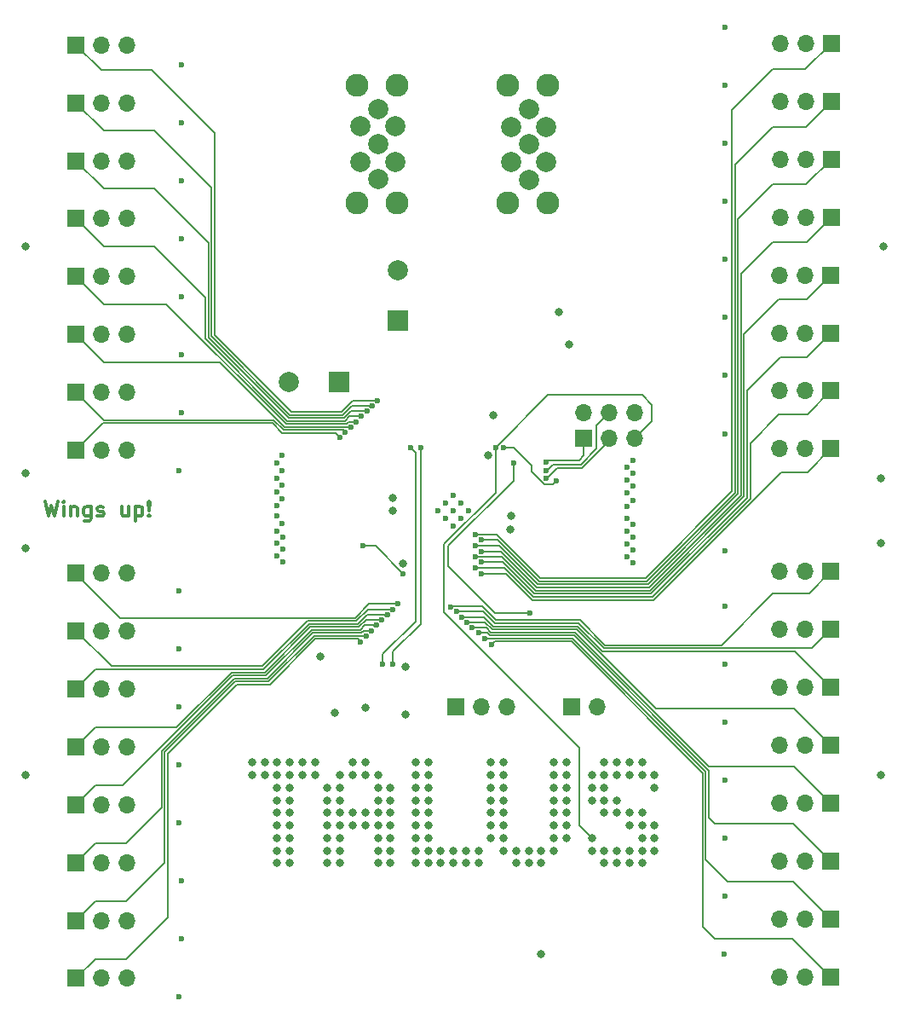
<source format=gbr>
%TF.GenerationSoftware,KiCad,Pcbnew,7.0.7+dfsg-1*%
%TF.CreationDate,2023-09-07T23:36:34-05:00*%
%TF.ProjectId,unified_control_board,756e6966-6965-4645-9f63-6f6e74726f6c,rev?*%
%TF.SameCoordinates,Original*%
%TF.FileFunction,Copper,L2,Inr*%
%TF.FilePolarity,Positive*%
%FSLAX46Y46*%
G04 Gerber Fmt 4.6, Leading zero omitted, Abs format (unit mm)*
G04 Created by KiCad (PCBNEW 7.0.7+dfsg-1) date 2023-09-07 23:36:34*
%MOMM*%
%LPD*%
G01*
G04 APERTURE LIST*
%ADD10C,0.300000*%
%TA.AperFunction,NonConductor*%
%ADD11C,0.300000*%
%TD*%
%TA.AperFunction,ComponentPad*%
%ADD12R,1.700000X1.700000*%
%TD*%
%TA.AperFunction,ComponentPad*%
%ADD13O,1.700000X1.700000*%
%TD*%
%TA.AperFunction,ComponentPad*%
%ADD14C,2.280000*%
%TD*%
%TA.AperFunction,ComponentPad*%
%ADD15R,2.000000X2.000000*%
%TD*%
%TA.AperFunction,ComponentPad*%
%ADD16C,2.000000*%
%TD*%
%TA.AperFunction,ViaPad*%
%ADD17C,2.000000*%
%TD*%
%TA.AperFunction,ViaPad*%
%ADD18C,0.600000*%
%TD*%
%TA.AperFunction,ViaPad*%
%ADD19C,0.800000*%
%TD*%
%TA.AperFunction,Conductor*%
%ADD20C,0.200000*%
%TD*%
%TA.AperFunction,Conductor*%
%ADD21C,0.150000*%
%TD*%
G04 APERTURE END LIST*
D10*
D11*
X38161653Y-76550828D02*
X38518796Y-78050828D01*
X38518796Y-78050828D02*
X38804510Y-76979400D01*
X38804510Y-76979400D02*
X39090225Y-78050828D01*
X39090225Y-78050828D02*
X39447368Y-76550828D01*
X40018796Y-78050828D02*
X40018796Y-77050828D01*
X40018796Y-76550828D02*
X39947368Y-76622257D01*
X39947368Y-76622257D02*
X40018796Y-76693685D01*
X40018796Y-76693685D02*
X40090225Y-76622257D01*
X40090225Y-76622257D02*
X40018796Y-76550828D01*
X40018796Y-76550828D02*
X40018796Y-76693685D01*
X40733082Y-77050828D02*
X40733082Y-78050828D01*
X40733082Y-77193685D02*
X40804511Y-77122257D01*
X40804511Y-77122257D02*
X40947368Y-77050828D01*
X40947368Y-77050828D02*
X41161654Y-77050828D01*
X41161654Y-77050828D02*
X41304511Y-77122257D01*
X41304511Y-77122257D02*
X41375940Y-77265114D01*
X41375940Y-77265114D02*
X41375940Y-78050828D01*
X42733083Y-77050828D02*
X42733083Y-78265114D01*
X42733083Y-78265114D02*
X42661654Y-78407971D01*
X42661654Y-78407971D02*
X42590225Y-78479400D01*
X42590225Y-78479400D02*
X42447368Y-78550828D01*
X42447368Y-78550828D02*
X42233083Y-78550828D01*
X42233083Y-78550828D02*
X42090225Y-78479400D01*
X42733083Y-77979400D02*
X42590225Y-78050828D01*
X42590225Y-78050828D02*
X42304511Y-78050828D01*
X42304511Y-78050828D02*
X42161654Y-77979400D01*
X42161654Y-77979400D02*
X42090225Y-77907971D01*
X42090225Y-77907971D02*
X42018797Y-77765114D01*
X42018797Y-77765114D02*
X42018797Y-77336542D01*
X42018797Y-77336542D02*
X42090225Y-77193685D01*
X42090225Y-77193685D02*
X42161654Y-77122257D01*
X42161654Y-77122257D02*
X42304511Y-77050828D01*
X42304511Y-77050828D02*
X42590225Y-77050828D01*
X42590225Y-77050828D02*
X42733083Y-77122257D01*
X43375940Y-77979400D02*
X43518797Y-78050828D01*
X43518797Y-78050828D02*
X43804511Y-78050828D01*
X43804511Y-78050828D02*
X43947368Y-77979400D01*
X43947368Y-77979400D02*
X44018797Y-77836542D01*
X44018797Y-77836542D02*
X44018797Y-77765114D01*
X44018797Y-77765114D02*
X43947368Y-77622257D01*
X43947368Y-77622257D02*
X43804511Y-77550828D01*
X43804511Y-77550828D02*
X43590226Y-77550828D01*
X43590226Y-77550828D02*
X43447368Y-77479400D01*
X43447368Y-77479400D02*
X43375940Y-77336542D01*
X43375940Y-77336542D02*
X43375940Y-77265114D01*
X43375940Y-77265114D02*
X43447368Y-77122257D01*
X43447368Y-77122257D02*
X43590226Y-77050828D01*
X43590226Y-77050828D02*
X43804511Y-77050828D01*
X43804511Y-77050828D02*
X43947368Y-77122257D01*
X46447369Y-77050828D02*
X46447369Y-78050828D01*
X45804511Y-77050828D02*
X45804511Y-77836542D01*
X45804511Y-77836542D02*
X45875940Y-77979400D01*
X45875940Y-77979400D02*
X46018797Y-78050828D01*
X46018797Y-78050828D02*
X46233083Y-78050828D01*
X46233083Y-78050828D02*
X46375940Y-77979400D01*
X46375940Y-77979400D02*
X46447369Y-77907971D01*
X47161654Y-77050828D02*
X47161654Y-78550828D01*
X47161654Y-77122257D02*
X47304512Y-77050828D01*
X47304512Y-77050828D02*
X47590226Y-77050828D01*
X47590226Y-77050828D02*
X47733083Y-77122257D01*
X47733083Y-77122257D02*
X47804512Y-77193685D01*
X47804512Y-77193685D02*
X47875940Y-77336542D01*
X47875940Y-77336542D02*
X47875940Y-77765114D01*
X47875940Y-77765114D02*
X47804512Y-77907971D01*
X47804512Y-77907971D02*
X47733083Y-77979400D01*
X47733083Y-77979400D02*
X47590226Y-78050828D01*
X47590226Y-78050828D02*
X47304512Y-78050828D01*
X47304512Y-78050828D02*
X47161654Y-77979400D01*
X48518797Y-77907971D02*
X48590226Y-77979400D01*
X48590226Y-77979400D02*
X48518797Y-78050828D01*
X48518797Y-78050828D02*
X48447369Y-77979400D01*
X48447369Y-77979400D02*
X48518797Y-77907971D01*
X48518797Y-77907971D02*
X48518797Y-78050828D01*
X48518797Y-77479400D02*
X48447369Y-76622257D01*
X48447369Y-76622257D02*
X48518797Y-76550828D01*
X48518797Y-76550828D02*
X48590226Y-76622257D01*
X48590226Y-76622257D02*
X48518797Y-77479400D01*
X48518797Y-77479400D02*
X48518797Y-76550828D01*
D12*
%TO.N,/PWM13*%
%TO.C,J13*%
X41225000Y-106690000D03*
D13*
%TO.N,+6V*%
X43765000Y-106690000D03*
%TO.N,Net-(D13-K)*%
X46305000Y-106690000D03*
%TD*%
D12*
%TO.N,/PWM15*%
%TO.C,J15*%
X41225000Y-118190000D03*
D13*
%TO.N,+6V*%
X43765000Y-118190000D03*
%TO.N,Net-(D15-K)*%
X46305000Y-118190000D03*
%TD*%
D12*
%TO.N,/PWM32*%
%TO.C,J32*%
X116300000Y-31100000D03*
D13*
%TO.N,+6V*%
X113760000Y-31100000D03*
%TO.N,Net-(D32-K)*%
X111220000Y-31100000D03*
%TD*%
D12*
%TO.N,/MISO*%
%TO.C,J34*%
X91725000Y-70275000D03*
D13*
%TO.N,VDD*%
X91725000Y-67735000D03*
%TO.N,/SCK*%
X94265000Y-70275000D03*
%TO.N,/MOSI*%
X94265000Y-67735000D03*
%TO.N,/RST*%
X96805000Y-70275000D03*
%TO.N,GND*%
X96805000Y-67735000D03*
%TD*%
D12*
%TO.N,/RxD_3v3*%
%TO.C,J35*%
X78975000Y-97000000D03*
D13*
%TO.N,/TxD_3v3*%
X81515000Y-97000000D03*
%TO.N,GND*%
X84055000Y-97000000D03*
%TD*%
D12*
%TO.N,/PWM7*%
%TO.C,J7*%
X41250000Y-65750000D03*
D13*
%TO.N,+6V*%
X43790000Y-65750000D03*
%TO.N,Net-(D7-K)*%
X46330000Y-65750000D03*
%TD*%
D12*
%TO.N,/PWM20*%
%TO.C,J20*%
X116250000Y-106540000D03*
D13*
%TO.N,+6V*%
X113710000Y-106540000D03*
%TO.N,Net-(D20-K)*%
X111170000Y-106540000D03*
%TD*%
D12*
%TO.N,/PWM31*%
%TO.C,J31*%
X116300000Y-36850000D03*
D13*
%TO.N,+6V*%
X113760000Y-36850000D03*
%TO.N,Net-(D31-K)*%
X111220000Y-36850000D03*
%TD*%
D12*
%TO.N,/PWM22*%
%TO.C,J22*%
X116275000Y-95040000D03*
D13*
%TO.N,+6V*%
X113735000Y-95040000D03*
%TO.N,Net-(D22-K)*%
X111195000Y-95040000D03*
%TD*%
D12*
%TO.N,/PWM14*%
%TO.C,J14*%
X41225000Y-112440000D03*
D13*
%TO.N,+6V*%
X43765000Y-112440000D03*
%TO.N,Net-(D14-K)*%
X46305000Y-112440000D03*
%TD*%
D12*
%TO.N,/PWM10*%
%TO.C,J10*%
X41250000Y-89440000D03*
D13*
%TO.N,+6V*%
X43790000Y-89440000D03*
%TO.N,Net-(D10-K)*%
X46330000Y-89440000D03*
%TD*%
D12*
%TO.N,/PWM25*%
%TO.C,J25*%
X116275000Y-71350000D03*
D13*
%TO.N,+6V*%
X113735000Y-71350000D03*
%TO.N,Net-(D25-K)*%
X111195000Y-71350000D03*
%TD*%
D12*
%TO.N,/PWM1*%
%TO.C,J1*%
X41275000Y-31250000D03*
D13*
%TO.N,+6V*%
X43815000Y-31250000D03*
%TO.N,Net-(D1-K)*%
X46355000Y-31250000D03*
%TD*%
D12*
%TO.N,/PWM23*%
%TO.C,J23*%
X116275000Y-89290000D03*
D13*
%TO.N,+6V*%
X113735000Y-89290000D03*
%TO.N,Net-(D23-K)*%
X111195000Y-89290000D03*
%TD*%
D14*
%TO.N,GND*%
%TO.C,J33*%
X69175000Y-46970000D03*
X73175000Y-46970000D03*
X69175000Y-35290000D03*
X73175000Y-35290000D03*
%TO.N,+6V*%
X84175000Y-46970000D03*
X84175000Y-35290000D03*
X88175000Y-46970000D03*
X88175000Y-35290000D03*
%TD*%
D12*
%TO.N,/PWM8*%
%TO.C,J8*%
X41250000Y-71500000D03*
D13*
%TO.N,+6V*%
X43790000Y-71500000D03*
%TO.N,Net-(D8-K)*%
X46330000Y-71500000D03*
%TD*%
D12*
%TO.N,/PWM28*%
%TO.C,J28*%
X116275000Y-54100000D03*
D13*
%TO.N,+6V*%
X113735000Y-54100000D03*
%TO.N,Net-(D28-K)*%
X111195000Y-54100000D03*
%TD*%
D12*
%TO.N,/PWM3*%
%TO.C,J3*%
X41275000Y-42750000D03*
D13*
%TO.N,+6V*%
X43815000Y-42750000D03*
%TO.N,Net-(D3-K)*%
X46355000Y-42750000D03*
%TD*%
D15*
%TO.N,+6V*%
%TO.C,C8*%
X73250000Y-58617677D03*
D16*
%TO.N,GND*%
X73250000Y-53617677D03*
%TD*%
D12*
%TO.N,/PWM26*%
%TO.C,J26*%
X116275000Y-65600000D03*
D13*
%TO.N,+6V*%
X113735000Y-65600000D03*
%TO.N,Net-(D26-K)*%
X111195000Y-65600000D03*
%TD*%
D12*
%TO.N,/PWM17*%
%TO.C,J17*%
X116250000Y-123790000D03*
D13*
%TO.N,+6V*%
X113710000Y-123790000D03*
%TO.N,Net-(D17-K)*%
X111170000Y-123790000D03*
%TD*%
D12*
%TO.N,/PWM29*%
%TO.C,J29*%
X116300000Y-48350000D03*
D13*
%TO.N,+6V*%
X113760000Y-48350000D03*
%TO.N,Net-(D29-K)*%
X111220000Y-48350000D03*
%TD*%
D12*
%TO.N,/PWM6*%
%TO.C,J6*%
X41250000Y-60000000D03*
D13*
%TO.N,+6V*%
X43790000Y-60000000D03*
%TO.N,Net-(D6-K)*%
X46330000Y-60000000D03*
%TD*%
D12*
%TO.N,/PWM12*%
%TO.C,J12*%
X41250000Y-100940000D03*
D13*
%TO.N,+6V*%
X43790000Y-100940000D03*
%TO.N,Net-(D12-K)*%
X46330000Y-100940000D03*
%TD*%
D12*
%TO.N,/PWM4*%
%TO.C,J4*%
X41275000Y-48500000D03*
D13*
%TO.N,+6V*%
X43815000Y-48500000D03*
%TO.N,Net-(D4-K)*%
X46355000Y-48500000D03*
%TD*%
D12*
%TO.N,/PWM9*%
%TO.C,J9*%
X41250000Y-83690000D03*
D13*
%TO.N,+6V*%
X43790000Y-83690000D03*
%TO.N,Net-(D9-K)*%
X46330000Y-83690000D03*
%TD*%
D12*
%TO.N,/PWM27*%
%TO.C,J27*%
X116275000Y-59850000D03*
D13*
%TO.N,+6V*%
X113735000Y-59850000D03*
%TO.N,Net-(D27-K)*%
X111195000Y-59850000D03*
%TD*%
D12*
%TO.N,/PWM11*%
%TO.C,J11*%
X41250000Y-95190000D03*
D13*
%TO.N,+6V*%
X43790000Y-95190000D03*
%TO.N,Net-(D11-K)*%
X46330000Y-95190000D03*
%TD*%
D12*
%TO.N,/PWM21*%
%TO.C,J21*%
X116275000Y-100790000D03*
D13*
%TO.N,+6V*%
X113735000Y-100790000D03*
%TO.N,Net-(D21-K)*%
X111195000Y-100790000D03*
%TD*%
D12*
%TO.N,/PWM16*%
%TO.C,J16*%
X41225000Y-123940000D03*
D13*
%TO.N,+6V*%
X43765000Y-123940000D03*
%TO.N,Net-(D16-K)*%
X46305000Y-123940000D03*
%TD*%
D12*
%TO.N,/PWM19*%
%TO.C,J19*%
X116250000Y-112290000D03*
D13*
%TO.N,+6V*%
X113710000Y-112290000D03*
%TO.N,Net-(D19-K)*%
X111170000Y-112290000D03*
%TD*%
D12*
%TO.N,/PWM2*%
%TO.C,J2*%
X41275000Y-37000000D03*
D13*
%TO.N,+6V*%
X43815000Y-37000000D03*
%TO.N,Net-(D2-K)*%
X46355000Y-37000000D03*
%TD*%
D12*
%TO.N,/PWM24*%
%TO.C,J24*%
X116275000Y-83540000D03*
D13*
%TO.N,+6V*%
X113735000Y-83540000D03*
%TO.N,Net-(D24-K)*%
X111195000Y-83540000D03*
%TD*%
D16*
%TO.N,GND*%
%TO.C,C7*%
X62367677Y-64750000D03*
D15*
%TO.N,+6V*%
X67367677Y-64750000D03*
%TD*%
D12*
%TO.N,/PWM5*%
%TO.C,J5*%
X41250000Y-54250000D03*
D13*
%TO.N,+6V*%
X43790000Y-54250000D03*
%TO.N,Net-(D5-K)*%
X46330000Y-54250000D03*
%TD*%
D12*
%TO.N,/PWM30*%
%TO.C,J30*%
X116300000Y-42600000D03*
D13*
%TO.N,+6V*%
X113760000Y-42600000D03*
%TO.N,Net-(D30-K)*%
X111220000Y-42600000D03*
%TD*%
D12*
%TO.N,+6V*%
%TO.C,J36*%
X90475000Y-97000000D03*
D13*
%TO.N,Net-(J36-Pin_2)*%
X93015000Y-97000000D03*
%TD*%
D12*
%TO.N,/PWM18*%
%TO.C,J18*%
X116250000Y-118040000D03*
D13*
%TO.N,+6V*%
X113710000Y-118040000D03*
%TO.N,Net-(D18-K)*%
X111170000Y-118040000D03*
%TD*%
D17*
%TO.N,+6V*%
X88000000Y-39375000D03*
X84500000Y-42875000D03*
X86250000Y-37625000D03*
X88000000Y-42875000D03*
X86250000Y-41125000D03*
X86250000Y-44625000D03*
X84500000Y-39375000D03*
%TO.N,GND*%
X71250000Y-44600000D03*
X73000000Y-42850000D03*
X69500000Y-42850000D03*
X71250000Y-41100000D03*
X73000000Y-39350000D03*
X69500000Y-39350000D03*
X71250000Y-37600000D03*
D18*
X78750000Y-79000000D03*
X79500000Y-78250000D03*
X78000000Y-78250000D03*
X78750000Y-77500000D03*
X79500000Y-76750000D03*
X80250000Y-77500000D03*
X77250000Y-77500000D03*
X78750000Y-76000000D03*
X78000000Y-76750000D03*
D19*
%TO.N,+3V3*%
X70000000Y-97100000D03*
X74000000Y-97750000D03*
%TO.N,VDD*%
X74000000Y-93000000D03*
D18*
%TO.N,/RxD*%
X72750000Y-92750000D03*
%TO.N,/TxD*%
X71750000Y-92750000D03*
D19*
%TO.N,GND*%
X81250000Y-112500000D03*
X70000000Y-107500000D03*
X70000000Y-102500000D03*
X66250000Y-107500000D03*
X58750000Y-102500000D03*
X98750000Y-103750000D03*
X97500000Y-112500000D03*
X92500000Y-111250000D03*
X77500000Y-112500000D03*
X72500000Y-107500000D03*
X83750000Y-110000000D03*
X76250000Y-102500000D03*
X82500000Y-107500000D03*
X76250000Y-112500000D03*
X93750000Y-102500000D03*
X67500000Y-111250000D03*
X95000000Y-106250000D03*
X80000000Y-112500000D03*
X76250000Y-105000000D03*
X72500000Y-112500000D03*
X83750000Y-108750000D03*
X97500000Y-103750000D03*
X75000000Y-108750000D03*
X83750000Y-107500000D03*
X96250000Y-111250000D03*
X62500000Y-106250000D03*
X88750000Y-102500000D03*
X65000000Y-103750000D03*
X96250000Y-107500000D03*
X97500000Y-110000000D03*
X93750000Y-106250000D03*
X61250000Y-105000000D03*
X88750000Y-103750000D03*
X90000000Y-107500000D03*
X66250000Y-111250000D03*
X76250000Y-111250000D03*
X72500000Y-111250000D03*
X86250000Y-112500000D03*
X96250000Y-103750000D03*
X61250000Y-111250000D03*
X66250000Y-106250000D03*
X90000000Y-103750000D03*
X95000000Y-102500000D03*
X61250000Y-103750000D03*
X62500000Y-111250000D03*
X90000000Y-106250000D03*
X93750000Y-111250000D03*
X61250000Y-102500000D03*
X67500000Y-108750000D03*
X71250000Y-110000000D03*
X90000000Y-108750000D03*
X65000000Y-102500000D03*
X71250000Y-112500000D03*
X67500000Y-103750000D03*
X66250000Y-108750000D03*
X83750000Y-111250000D03*
X76250000Y-106250000D03*
X71250000Y-106250000D03*
X71250000Y-103750000D03*
X71250000Y-108750000D03*
X93750000Y-103750000D03*
X88750000Y-108750000D03*
X95000000Y-107500000D03*
X66250000Y-110000000D03*
X95000000Y-103750000D03*
X66250000Y-112500000D03*
X68750000Y-103750000D03*
X62500000Y-108750000D03*
X98750000Y-108750000D03*
X75000000Y-102500000D03*
X70000000Y-108750000D03*
X82500000Y-103750000D03*
X93750000Y-107500000D03*
X81250000Y-111250000D03*
X90000000Y-105000000D03*
X82500000Y-106250000D03*
X95000000Y-112500000D03*
X63750000Y-102500000D03*
X90000000Y-102500000D03*
X62500000Y-102500000D03*
X78750000Y-111250000D03*
X83750000Y-102500000D03*
X61250000Y-112500000D03*
X62500000Y-112500000D03*
X93750000Y-112500000D03*
X88750000Y-111250000D03*
X76250000Y-107500000D03*
X97500000Y-102500000D03*
X76250000Y-108750000D03*
X83750000Y-103750000D03*
X76250000Y-110000000D03*
X68750000Y-102500000D03*
X98750000Y-105000000D03*
X71250000Y-107500000D03*
X63750000Y-103750000D03*
X97500000Y-107500000D03*
X84500000Y-78000000D03*
X61250000Y-108750000D03*
X72500000Y-105000000D03*
X85000000Y-111250000D03*
X61250000Y-107500000D03*
X77500000Y-111250000D03*
X60000000Y-102500000D03*
X97500000Y-108750000D03*
X62500000Y-107500000D03*
X75000000Y-105000000D03*
X82500000Y-105000000D03*
X72500000Y-110000000D03*
X86250000Y-111250000D03*
X75000000Y-112500000D03*
X67500000Y-110000000D03*
X97500000Y-111250000D03*
X87500000Y-111250000D03*
X98750000Y-110000000D03*
X92500000Y-103750000D03*
X67500000Y-112500000D03*
X88750000Y-106250000D03*
X61250000Y-106250000D03*
X88750000Y-105000000D03*
X83750000Y-105000000D03*
X72750000Y-77500000D03*
X90000000Y-110000000D03*
X92500000Y-106250000D03*
X76250000Y-103750000D03*
X93750000Y-105000000D03*
X58750000Y-103750000D03*
X61250000Y-110000000D03*
X78750000Y-112500000D03*
X60000000Y-103750000D03*
X80000000Y-111250000D03*
X71250000Y-111250000D03*
X82500000Y-110000000D03*
X75000000Y-106250000D03*
X72500000Y-106250000D03*
X87500000Y-112500000D03*
X96250000Y-102500000D03*
X68750000Y-107500000D03*
X96250000Y-108750000D03*
X68750000Y-108750000D03*
X70000000Y-103750000D03*
X88750000Y-110000000D03*
X67500000Y-107500000D03*
X67500000Y-106250000D03*
X75000000Y-107500000D03*
X62500000Y-103750000D03*
X75000000Y-103750000D03*
X85000000Y-112500000D03*
X98750000Y-111250000D03*
X95000000Y-111250000D03*
X72500000Y-108750000D03*
X67500000Y-105000000D03*
X82500000Y-102500000D03*
X83750000Y-106250000D03*
X62500000Y-110000000D03*
X75000000Y-111250000D03*
X66250000Y-105000000D03*
X71250000Y-105000000D03*
X82500000Y-108750000D03*
X92500000Y-105000000D03*
X62500000Y-105000000D03*
X88750000Y-107500000D03*
X75000000Y-110000000D03*
X96250000Y-112500000D03*
%TO.N,VDD*%
X84455000Y-79375000D03*
X82750000Y-68000600D03*
X89250000Y-57750000D03*
X73750000Y-82750000D03*
X72750000Y-76250000D03*
X90250000Y-61000000D03*
X82250000Y-72000000D03*
D18*
%TO.N,/MISO*%
X88000000Y-72700497D03*
%TO.N,/SCK*%
X88000000Y-74299503D03*
%TO.N,/MOSI*%
X88000000Y-73500000D03*
D19*
%TO.N,/RST*%
X92500000Y-110000000D03*
D18*
X82950497Y-71250000D03*
%TO.N,/TxD*%
X74487787Y-71250000D03*
%TO.N,/RxD*%
X75508070Y-71244946D03*
%TO.N,/FAN*%
X84750000Y-72750000D03*
X86360000Y-87630000D03*
%TO.N,/PWM1*%
X71209487Y-66540488D03*
%TO.N,/PWM2*%
X70679541Y-67070498D03*
%TO.N,/PWM3*%
X70149506Y-67600419D03*
%TO.N,/PWM5*%
X69089260Y-68660086D03*
%TO.N,/PWM6*%
X68561219Y-69191994D03*
%TO.N,/PWM7*%
X68017156Y-69707503D03*
%TO.N,/PWM8*%
X67500000Y-70250000D03*
%TO.N,/PWM9*%
X73250000Y-86750000D03*
%TO.N,/PWM10*%
X72735665Y-87295173D03*
%TO.N,/PWM11*%
X72188603Y-87807499D03*
%TO.N,/PWM12*%
X71660974Y-88339817D03*
%TO.N,/PWM13*%
X71130485Y-88869285D03*
%TO.N,/PWM14*%
X70600667Y-89399424D03*
%TO.N,/PWM15*%
X70070623Y-89929337D03*
%TO.N,/PWM16*%
X69500000Y-90500000D03*
%TO.N,/PWM17*%
X82550000Y-90805000D03*
%TO.N,/PWM18*%
X81915000Y-90180174D03*
%TO.N,/PWM19*%
X81280000Y-89644582D03*
%TO.N,/PWM20*%
X80645000Y-89120082D03*
%TO.N,/PWM21*%
X80117821Y-88587319D03*
%TO.N,/PWM22*%
X79573983Y-88071572D03*
%TO.N,/PWM23*%
X79053944Y-87524500D03*
%TO.N,/PWM24*%
X78490710Y-87030010D03*
%TO.N,/PWM25*%
X81500000Y-83750000D03*
%TO.N,/PWM26*%
X80900000Y-83200000D03*
%TO.N,/PWM27*%
X81500000Y-82600000D03*
%TO.N,/PWM28*%
X80900000Y-82075500D03*
%TO.N,/PWM29*%
X81500000Y-81551000D03*
%TO.N,/PWM30*%
X80900000Y-81000000D03*
%TO.N,/PWM31*%
X81500000Y-80400000D03*
%TO.N,/PWM32*%
X80900000Y-79875500D03*
%TO.N,Net-(Q1-G)*%
X61750000Y-72000000D03*
X51750000Y-33250000D03*
%TO.N,Net-(Q2-G)*%
X61250000Y-72750000D03*
X51750000Y-39000000D03*
%TO.N,Net-(Q3-G)*%
X61726027Y-73500000D03*
X51750000Y-44750000D03*
%TO.N,Net-(Q4-G)*%
X61250000Y-74250000D03*
X51750000Y-50500000D03*
%TO.N,Net-(Q5-G)*%
X61750000Y-75000000D03*
X51750000Y-56250000D03*
%TO.N,Net-(Q6-G)*%
X61250000Y-75674375D03*
X51750000Y-62000000D03*
%TO.N,Net-(Q7-G)*%
X61750000Y-76349068D03*
X51750000Y-67750000D03*
%TO.N,Net-(Q8-G)*%
X61250000Y-77000000D03*
X51500000Y-73500000D03*
%TO.N,Net-(Q9-G)*%
X61250000Y-78000000D03*
X51500000Y-85500000D03*
%TO.N,Net-(Q10-G)*%
X51500000Y-91250000D03*
X61750000Y-78750000D03*
%TO.N,Net-(Q11-G)*%
X61250000Y-79500000D03*
X51500000Y-97000000D03*
%TO.N,Net-(Q12-G)*%
X61815333Y-80099500D03*
X51500000Y-102750000D03*
%TO.N,Net-(Q13-G)*%
X61250000Y-80750000D03*
X51500000Y-108500000D03*
%TO.N,Net-(Q14-G)*%
X61815334Y-81349500D03*
X51750000Y-114250000D03*
%TO.N,Net-(Q15-G)*%
X51750000Y-120000000D03*
X61250000Y-82000000D03*
%TO.N,Net-(Q16-G)*%
X51500000Y-125750000D03*
X61815333Y-82599500D03*
%TO.N,/ENA16*%
X73750000Y-83750000D03*
X69750000Y-81000000D03*
%TO.N,/ENA32*%
X89000000Y-74500000D03*
X83750000Y-71250000D03*
D19*
%TO.N,+6V*%
X36250000Y-73750000D03*
X36250000Y-103750000D03*
X36250000Y-51250000D03*
X121250000Y-103750000D03*
X121250000Y-74250000D03*
X121250000Y-80750000D03*
X87500000Y-121500000D03*
X67000000Y-97550000D03*
X36250000Y-81250000D03*
X121500000Y-51250000D03*
D18*
%TO.N,Net-(Q17-G)*%
X96647000Y-82677000D03*
X105687500Y-121562500D03*
%TO.N,Net-(Q18-G)*%
X96012000Y-82042000D03*
X105750000Y-115750000D03*
D19*
%TO.N,+3V3*%
X65500000Y-92000000D03*
D18*
%TO.N,/PWM4*%
X69619661Y-68130530D03*
%TO.N,Net-(Q19-G)*%
X96647000Y-81407000D03*
X105750000Y-110000000D03*
%TO.N,Net-(Q20-G)*%
X105750000Y-104250000D03*
X96012000Y-80772000D03*
%TO.N,Net-(Q21-G)*%
X105750000Y-98500000D03*
X96647000Y-80137000D03*
%TO.N,Net-(Q22-G)*%
X105750000Y-92750000D03*
X96012000Y-79524500D03*
%TO.N,Net-(Q23-G)*%
X105750000Y-87000000D03*
X96647000Y-78867000D03*
%TO.N,Net-(Q24-G)*%
X105750000Y-81500000D03*
X96012000Y-78232000D03*
%TO.N,Net-(Q25-G)*%
X105750000Y-69850000D03*
X96004307Y-77089000D03*
%TO.N,Net-(Q26-G)*%
X96647000Y-76454000D03*
X105750000Y-64000000D03*
%TO.N,Net-(Q27-G)*%
X105750000Y-58250000D03*
X96012000Y-75692000D03*
%TO.N,Net-(Q28-G)*%
X96647000Y-75057000D03*
X105750000Y-52500000D03*
%TO.N,Net-(Q29-G)*%
X105750000Y-46750000D03*
X96012000Y-74422000D03*
%TO.N,Net-(Q30-G)*%
X105750000Y-41000000D03*
X96647000Y-73787000D03*
%TO.N,Net-(Q31-G)*%
X105735000Y-35235000D03*
X96012000Y-73152000D03*
%TO.N,Net-(Q32-G)*%
X105752500Y-29502500D03*
X96647000Y-72517000D03*
%TD*%
D20*
%TO.N,/RST*%
X91250000Y-101000000D02*
X91250000Y-107750000D01*
X92500000Y-110000000D02*
X91250000Y-108750000D01*
X91250000Y-108750000D02*
X91250000Y-107750000D01*
D21*
%TO.N,/PWM25*%
X81500000Y-83750000D02*
X83977208Y-83750000D01*
X113965000Y-73660000D02*
X116275000Y-71350000D01*
X83977208Y-83750000D02*
X86587208Y-86360000D01*
X86587208Y-86360000D02*
X98638528Y-86360000D01*
X98638528Y-86360000D02*
X111338528Y-73660000D01*
X111338528Y-73660000D02*
X113965000Y-73660000D01*
%TO.N,/PWM32*%
X80900000Y-79875500D02*
X83072556Y-79875500D01*
X106450000Y-37695000D02*
X110490000Y-33655000D01*
X83072556Y-79875500D02*
X87387056Y-84190000D01*
X97838680Y-84190000D02*
X106450000Y-75578680D01*
X87387056Y-84190000D02*
X97838680Y-84190000D01*
X106450000Y-75578680D02*
X106450000Y-37695000D01*
X110490000Y-33655000D02*
X113745000Y-33655000D01*
X113745000Y-33655000D02*
X116300000Y-31100000D01*
%TO.N,/PWM31*%
X81500000Y-80400000D02*
X83172792Y-80400000D01*
X83172792Y-80400000D02*
X87262792Y-84490000D01*
X87262792Y-84490000D02*
X97962944Y-84490000D01*
X113780000Y-39370000D02*
X116300000Y-36850000D01*
X97962944Y-84490000D02*
X106750000Y-75702944D01*
X106750000Y-75702944D02*
X106750000Y-43110000D01*
X106750000Y-43110000D02*
X110490000Y-39370000D01*
X110490000Y-39370000D02*
X113780000Y-39370000D01*
%TO.N,/PWM30*%
X80900000Y-81000000D02*
X83348528Y-81000000D01*
X98087208Y-84790000D02*
X107050000Y-75827208D01*
X83348528Y-81000000D02*
X87138528Y-84790000D01*
X87138528Y-84790000D02*
X98087208Y-84790000D01*
X107050000Y-75827208D02*
X107050000Y-48525000D01*
X107050000Y-48525000D02*
X110490000Y-45085000D01*
X113815000Y-45085000D02*
X116300000Y-42600000D01*
X110490000Y-45085000D02*
X113815000Y-45085000D01*
%TO.N,/PWM28*%
X80900000Y-82075500D02*
X83575500Y-82075500D01*
X83575500Y-82075500D02*
X86925000Y-85425000D01*
X86925000Y-85425000D02*
X98300736Y-85425000D01*
X113860000Y-56515000D02*
X116275000Y-54100000D01*
X98300736Y-85425000D02*
X107650000Y-76075736D01*
X107650000Y-76075736D02*
X107650000Y-59990000D01*
X111125000Y-56515000D02*
X113860000Y-56515000D01*
X107650000Y-59990000D02*
X111125000Y-56515000D01*
%TO.N,/PWM29*%
X81500000Y-81551000D02*
X83475264Y-81551000D01*
X83475264Y-81551000D02*
X87014264Y-85090000D01*
X87014264Y-85090000D02*
X98211472Y-85090000D01*
X98211472Y-85090000D02*
X107350000Y-75951472D01*
X107350000Y-53940000D02*
X110490000Y-50800000D01*
X107350000Y-75951472D02*
X107350000Y-53940000D01*
X110490000Y-50800000D02*
X113850000Y-50800000D01*
X113850000Y-50800000D02*
X116300000Y-48350000D01*
%TO.N,/PWM26*%
X80900000Y-83200000D02*
X83851472Y-83200000D01*
X83851472Y-83200000D02*
X86711472Y-86060000D01*
X86711472Y-86060000D02*
X98514264Y-86060000D01*
X98514264Y-86060000D02*
X108250000Y-76324264D01*
X108250000Y-70820000D02*
X111125000Y-67945000D01*
X108250000Y-76324264D02*
X108250000Y-70820000D01*
X111125000Y-67945000D02*
X113930000Y-67945000D01*
X113930000Y-67945000D02*
X116275000Y-65600000D01*
%TO.N,/PWM27*%
X81500000Y-82600000D02*
X83675736Y-82600000D01*
X83675736Y-82600000D02*
X86800736Y-85725000D01*
X98425000Y-85725000D02*
X107950000Y-76200000D01*
X86800736Y-85725000D02*
X98425000Y-85725000D01*
X107950000Y-76200000D02*
X107950000Y-65553782D01*
X107950000Y-65553782D02*
X111273782Y-62230000D01*
X111273782Y-62230000D02*
X113895000Y-62230000D01*
X113895000Y-62230000D02*
X116275000Y-59850000D01*
D20*
%TO.N,/FAN*%
X84750000Y-72750000D02*
X84750000Y-74500000D01*
X84750000Y-74500000D02*
X78250000Y-81000000D01*
X78250000Y-81000000D02*
X78250000Y-83000000D01*
X82880000Y-87630000D02*
X86360000Y-87630000D01*
X78250000Y-83000000D02*
X82880000Y-87630000D01*
%TO.N,/RST*%
X82950497Y-71250000D02*
X82950497Y-75733817D01*
X82950497Y-75733817D02*
X77850000Y-80834314D01*
X77850000Y-80834314D02*
X77850000Y-87600000D01*
X77850000Y-87600000D02*
X91250000Y-101000000D01*
D21*
%TO.N,/ENA32*%
X83750000Y-71250000D02*
X84750000Y-71250000D01*
X86500000Y-73612676D02*
X87761827Y-74874503D01*
X84750000Y-71250000D02*
X86500000Y-73000000D01*
X88625497Y-74874503D02*
X89000000Y-74500000D01*
X86500000Y-73000000D02*
X86500000Y-73612676D01*
X87761827Y-74874503D02*
X88625497Y-74874503D01*
%TO.N,/ENA16*%
X69750000Y-81000000D02*
X71000000Y-81000000D01*
X71000000Y-81000000D02*
X73750000Y-83750000D01*
D20*
%TO.N,/RST*%
X82950497Y-71250000D02*
X82950497Y-71200974D01*
X82950497Y-71200974D02*
X88151471Y-66000000D01*
X88151471Y-66000000D02*
X97500000Y-66000000D01*
X97500000Y-66000000D02*
X98500000Y-67000000D01*
X98500000Y-67000000D02*
X98500000Y-68580000D01*
X98500000Y-68580000D02*
X96805000Y-70275000D01*
%TO.N,/RxD*%
X72750000Y-92750000D02*
X72750000Y-91500000D01*
X72750000Y-91500000D02*
X75500000Y-88750000D01*
X75500000Y-88750000D02*
X75500000Y-71253016D01*
X75500000Y-71253016D02*
X75508070Y-71244946D01*
%TO.N,/TxD*%
X71750000Y-92750000D02*
X71750000Y-91750000D01*
X75000000Y-71762213D02*
X74487787Y-71250000D01*
X71750000Y-91750000D02*
X75000000Y-88500000D01*
X75000000Y-88500000D02*
X75000000Y-71762213D01*
%TO.N,/MISO*%
X88200497Y-72500000D02*
X91234314Y-72500000D01*
X91725000Y-72009314D02*
X91725000Y-70275000D01*
X88000000Y-72700497D02*
X88200497Y-72500000D01*
X91234314Y-72500000D02*
X91725000Y-72009314D01*
%TO.N,/SCK*%
X88000000Y-74299503D02*
X88049026Y-74299503D01*
X88049026Y-74299503D02*
X89048529Y-73300000D01*
X94265000Y-70600686D02*
X94265000Y-70275000D01*
X91565686Y-73300000D02*
X94265000Y-70600686D01*
X89048529Y-73300000D02*
X91565686Y-73300000D01*
%TO.N,/MOSI*%
X88649026Y-72900000D02*
X91400000Y-72900000D01*
X88049026Y-73500000D02*
X88649026Y-72900000D01*
X93000000Y-69000000D02*
X94265000Y-67735000D01*
X91400000Y-72900000D02*
X93000000Y-71300000D01*
X88000000Y-73500000D02*
X88049026Y-73500000D01*
X93000000Y-71300000D02*
X93000000Y-69000000D01*
D21*
%TO.N,/PWM1*%
X71209487Y-66540488D02*
X71050740Y-66699235D01*
X55000000Y-60056217D02*
X55000000Y-40000000D01*
X48750000Y-33750000D02*
X43775000Y-33750000D01*
X71050740Y-66699235D02*
X70897004Y-66545498D01*
X68768196Y-66545498D02*
X67631191Y-67682503D01*
X67631191Y-67682503D02*
X62626286Y-67682503D01*
X43775000Y-33750000D02*
X41275000Y-31250000D01*
X70897004Y-66545498D02*
X68768196Y-66545498D01*
X62626286Y-67682503D02*
X55000000Y-60056217D01*
X55000000Y-40000000D02*
X48750000Y-33750000D01*
%TO.N,/PWM2*%
X44025000Y-39750000D02*
X41275000Y-37000000D01*
X67755455Y-67982503D02*
X62502022Y-67982503D01*
X49000000Y-39750000D02*
X44025000Y-39750000D01*
X70366969Y-67075419D02*
X68662539Y-67075419D01*
X68662539Y-67075419D02*
X67755455Y-67982503D01*
X70679541Y-67070498D02*
X70520794Y-67229245D01*
X70520794Y-67229245D02*
X70366969Y-67075419D01*
X54700000Y-45450000D02*
X49000000Y-39750000D01*
X54700000Y-60180481D02*
X54700000Y-45450000D01*
X62502022Y-67982503D02*
X54700000Y-60180481D01*
%TO.N,/PWM3*%
X49000000Y-45500000D02*
X54400000Y-50900000D01*
X41275000Y-42750000D02*
X41275000Y-42775000D01*
X54400000Y-50900000D02*
X54400000Y-60304745D01*
X67879719Y-68282503D02*
X68561803Y-67600419D01*
X54400000Y-60304745D02*
X62377758Y-68282503D01*
X68561803Y-67600419D02*
X70149506Y-67600419D01*
X41275000Y-42775000D02*
X44000000Y-45500000D01*
X62377758Y-68282503D02*
X67879719Y-68282503D01*
X44000000Y-45500000D02*
X49000000Y-45500000D01*
%TO.N,/PWM5*%
X69089260Y-68660086D02*
X68930517Y-68818829D01*
X50246727Y-57000000D02*
X44000000Y-57000000D01*
X62129230Y-68882503D02*
X50246727Y-57000000D01*
X68930517Y-68818829D02*
X68778682Y-68666994D01*
X68128247Y-68882503D02*
X62129230Y-68882503D01*
X68778682Y-68666994D02*
X68343756Y-68666994D01*
X44000000Y-57000000D02*
X41250000Y-54250000D01*
X68343756Y-68666994D02*
X68128247Y-68882503D01*
%TO.N,/PWM6*%
X62004966Y-69182503D02*
X55572463Y-62750000D01*
X68551728Y-69182503D02*
X62004966Y-69182503D01*
X44000000Y-62750000D02*
X41250000Y-60000000D01*
X68561219Y-69191994D02*
X68551728Y-69182503D01*
X55572463Y-62750000D02*
X44000000Y-62750000D01*
%TO.N,/PWM7*%
X60898199Y-68500000D02*
X61880702Y-69482503D01*
X44000000Y-68500000D02*
X60898199Y-68500000D01*
X61880702Y-69482503D02*
X67792156Y-69482503D01*
X67792156Y-69482503D02*
X68017156Y-69707503D01*
X41250000Y-65750000D02*
X44000000Y-68500000D01*
%TO.N,/PWM8*%
X67500000Y-70250000D02*
X67032503Y-69782503D01*
X61756438Y-69782503D02*
X60773935Y-68800000D01*
X60773935Y-68800000D02*
X43950000Y-68800000D01*
X43950000Y-68800000D02*
X41250000Y-71500000D01*
X67032503Y-69782503D02*
X61756438Y-69782503D01*
%TO.N,/PWM9*%
X41250000Y-83690000D02*
X41250000Y-83750000D01*
X73250000Y-86750000D02*
X73091477Y-86908523D01*
X41250000Y-83750000D02*
X45629337Y-88129337D01*
X70366004Y-86770173D02*
X69006840Y-88129337D01*
X69006840Y-88129337D02*
X45629337Y-88129337D01*
X72953128Y-86770173D02*
X70366004Y-86770173D01*
X73091477Y-86908523D02*
X72953128Y-86770173D01*
%TO.N,/PWM10*%
X44760000Y-92950000D02*
X41250000Y-89440000D01*
X69131104Y-88429337D02*
X64297871Y-88429337D01*
X64297871Y-88429337D02*
X59777208Y-92950000D01*
X59777208Y-92950000D02*
X44760000Y-92950000D01*
X70277942Y-87282499D02*
X69131104Y-88429337D01*
X72722991Y-87282499D02*
X70277942Y-87282499D01*
X72735665Y-87295173D02*
X72722991Y-87282499D01*
%TO.N,/PWM11*%
X64422135Y-88729337D02*
X59901472Y-93250000D01*
X70169888Y-87814817D02*
X69255368Y-88729337D01*
X72188603Y-87807499D02*
X72029861Y-87966241D01*
X43190000Y-93250000D02*
X41250000Y-95190000D01*
X72029861Y-87966241D02*
X71878437Y-87814817D01*
X69255368Y-88729337D02*
X64422135Y-88729337D01*
X59901472Y-93250000D02*
X43190000Y-93250000D01*
X71878437Y-87814817D02*
X70169888Y-87814817D01*
%TO.N,/PWM12*%
X51250000Y-99000000D02*
X43190000Y-99000000D01*
X71660974Y-88339817D02*
X71502227Y-88498564D01*
X71347948Y-88344285D02*
X70064684Y-88344285D01*
X56700000Y-93550000D02*
X51250000Y-99000000D01*
X60025736Y-93550000D02*
X56700000Y-93550000D01*
X70064684Y-88344285D02*
X69379632Y-89029337D01*
X43190000Y-99000000D02*
X41250000Y-100940000D01*
X64546399Y-89029337D02*
X60025736Y-93550000D01*
X71502227Y-88498564D02*
X71347948Y-88344285D01*
X69379632Y-89029337D02*
X64546399Y-89029337D01*
%TO.N,/PWM13*%
X69958809Y-88874424D02*
X69503896Y-89329337D01*
X45924264Y-104750000D02*
X43165000Y-104750000D01*
X43165000Y-104750000D02*
X41225000Y-106690000D01*
X60150000Y-93850000D02*
X56824264Y-93850000D01*
X69503896Y-89329337D02*
X64670663Y-89329337D01*
X64670663Y-89329337D02*
X60150000Y-93850000D01*
X56824264Y-93850000D02*
X45924264Y-104750000D01*
X70971738Y-89028032D02*
X70818130Y-88874424D01*
X70818130Y-88874424D02*
X69958809Y-88874424D01*
X71130485Y-88869285D02*
X70971738Y-89028032D01*
%TO.N,/PWM14*%
X69628160Y-89629337D02*
X64794927Y-89629337D01*
X69853160Y-89404337D02*
X69628160Y-89629337D01*
X60274264Y-94150000D02*
X56948528Y-94150000D01*
X64794927Y-89629337D02*
X60274264Y-94150000D01*
X49750000Y-107000000D02*
X46250000Y-110500000D01*
X49750000Y-101348528D02*
X49750000Y-107000000D01*
X56948528Y-94150000D02*
X49750000Y-101348528D01*
X43165000Y-110500000D02*
X41225000Y-112440000D01*
X70600667Y-89399424D02*
X70441920Y-89558171D01*
X46250000Y-110500000D02*
X43165000Y-110500000D01*
X70441920Y-89558171D02*
X70288086Y-89404337D01*
X70288086Y-89404337D02*
X69853160Y-89404337D01*
%TO.N,/PWM15*%
X50050000Y-112450000D02*
X46250000Y-116250000D01*
X60398528Y-94450000D02*
X57072792Y-94450000D01*
X70070623Y-89929337D02*
X64919191Y-89929337D01*
X43165000Y-116250000D02*
X41225000Y-118190000D01*
X46250000Y-116250000D02*
X43165000Y-116250000D01*
X50050000Y-101472792D02*
X50050000Y-112450000D01*
X64919191Y-89929337D02*
X60398528Y-94450000D01*
X57072792Y-94450000D02*
X50050000Y-101472792D01*
%TO.N,/PWM16*%
X65043455Y-90229337D02*
X60522792Y-94750000D01*
X50350000Y-101597056D02*
X50350000Y-117900000D01*
X43165000Y-122000000D02*
X41225000Y-123940000D01*
X69229337Y-90229337D02*
X65043455Y-90229337D01*
X50350000Y-117900000D02*
X46250000Y-122000000D01*
X60522792Y-94750000D02*
X57197056Y-94750000D01*
X46250000Y-122000000D02*
X43165000Y-122000000D01*
X57197056Y-94750000D02*
X50350000Y-101597056D01*
X69500000Y-90500000D02*
X69229337Y-90229337D01*
%TO.N,/PWM17*%
X82550000Y-90805000D02*
X82874826Y-90480174D01*
X82874826Y-90480174D02*
X90480174Y-90480174D01*
X90480174Y-90480174D02*
X103540000Y-103540000D01*
X104775000Y-120015000D02*
X112475000Y-120015000D01*
X103540000Y-103540000D02*
X103540000Y-118780000D01*
X115535000Y-123790000D02*
X116250000Y-123790000D01*
X103540000Y-118780000D02*
X104775000Y-120015000D01*
X112475000Y-120015000D02*
X116250000Y-123790000D01*
%TO.N,/PWM18*%
X103840000Y-112095000D02*
X106045000Y-114300000D01*
X106045000Y-114300000D02*
X112510000Y-114300000D01*
X81915000Y-90180174D02*
X90604438Y-90180174D01*
X112510000Y-114300000D02*
X116250000Y-118040000D01*
X103840000Y-103415736D02*
X103840000Y-112095000D01*
X90604438Y-90180174D02*
X103840000Y-103415736D01*
%TO.N,/PWM19*%
X90728702Y-89880174D02*
X82357463Y-89880174D01*
X104775000Y-108585000D02*
X104140000Y-107950000D01*
X82121871Y-89644582D02*
X81280000Y-89644582D01*
X112545000Y-108585000D02*
X104775000Y-108585000D01*
X104140000Y-103291472D02*
X90728702Y-89880174D01*
X116250000Y-112290000D02*
X112545000Y-108585000D01*
X82357463Y-89880174D02*
X82121871Y-89644582D01*
X104140000Y-107950000D02*
X104140000Y-103291472D01*
%TO.N,/PWM20*%
X112580000Y-102870000D02*
X116250000Y-106540000D01*
X104142792Y-102870000D02*
X112580000Y-102870000D01*
X90852966Y-89580174D02*
X104142792Y-102870000D01*
X80645000Y-89120082D02*
X82021635Y-89120082D01*
X82481727Y-89580174D02*
X90852966Y-89580174D01*
X82021635Y-89120082D02*
X82481727Y-89580174D01*
%TO.N,/PWM21*%
X80117821Y-88587319D02*
X81913136Y-88587319D01*
X81913136Y-88587319D02*
X82605991Y-89280174D01*
X112640000Y-97155000D02*
X116275000Y-100790000D01*
X82605991Y-89280174D02*
X90977230Y-89280174D01*
X98852056Y-97155000D02*
X112640000Y-97155000D01*
X90977230Y-89280174D02*
X98852056Y-97155000D01*
%TO.N,/PWM22*%
X82730255Y-88980174D02*
X91101494Y-88980174D01*
X93561320Y-91440000D02*
X112675000Y-91440000D01*
X112675000Y-91440000D02*
X116275000Y-95040000D01*
X79573983Y-88071572D02*
X79583236Y-88062319D01*
X79583236Y-88062319D02*
X81812400Y-88062319D01*
X91101494Y-88980174D02*
X93561320Y-91440000D01*
X81812400Y-88062319D02*
X82730255Y-88980174D01*
%TO.N,/PWM23*%
X114425000Y-91140000D02*
X93685584Y-91140000D01*
X82854519Y-88680174D02*
X81698845Y-87524500D01*
X81698845Y-87524500D02*
X79053944Y-87524500D01*
X91225758Y-88680174D02*
X82854519Y-88680174D01*
X93685584Y-91140000D02*
X91225758Y-88680174D01*
X116275000Y-89290000D02*
X114425000Y-91140000D01*
%TO.N,/PWM24*%
X78521220Y-86999500D02*
X81598109Y-86999500D01*
X81598109Y-86999500D02*
X82978783Y-88380174D01*
X78490710Y-87030010D02*
X78521220Y-86999500D01*
X110490000Y-85725000D02*
X114090000Y-85725000D01*
X114090000Y-85725000D02*
X116275000Y-83540000D01*
X105375000Y-90840000D02*
X110490000Y-85725000D01*
X93809848Y-90840000D02*
X105375000Y-90840000D01*
X91350022Y-88380174D02*
X93809848Y-90840000D01*
X82978783Y-88380174D02*
X91350022Y-88380174D01*
%TO.N,/PWM4*%
X44025000Y-51250000D02*
X41275000Y-48500000D01*
X69619661Y-68130530D02*
X69460914Y-68289277D01*
X68451400Y-68135086D02*
X68003983Y-68582503D01*
X54100000Y-56350000D02*
X49000000Y-51250000D01*
X69460914Y-68289277D02*
X69306723Y-68135086D01*
X68003983Y-68582503D02*
X62253494Y-68582503D01*
X54100000Y-60429009D02*
X54100000Y-56350000D01*
X69306723Y-68135086D02*
X68451400Y-68135086D01*
X62253494Y-68582503D02*
X54100000Y-60429009D01*
X49000000Y-51250000D02*
X44025000Y-51250000D01*
%TD*%
M02*

</source>
